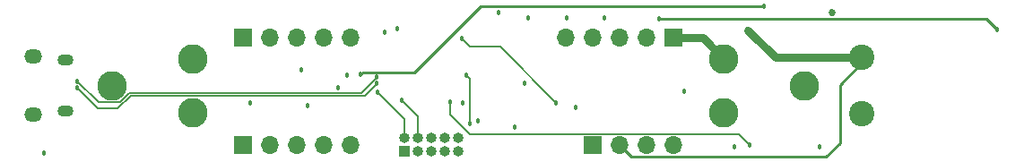
<source format=gbr>
G04 #@! TF.GenerationSoftware,KiCad,Pcbnew,(5.1.4-0-10_14)*
G04 #@! TF.CreationDate,2019-09-17T09:12:07-07:00*
G04 #@! TF.ProjectId,STM32L0xx_18650,53544d33-324c-4307-9878-5f3138363530,rev?*
G04 #@! TF.SameCoordinates,Original*
G04 #@! TF.FileFunction,Copper,L4,Bot*
G04 #@! TF.FilePolarity,Positive*
%FSLAX46Y46*%
G04 Gerber Fmt 4.6, Leading zero omitted, Abs format (unit mm)*
G04 Created by KiCad (PCBNEW (5.1.4-0-10_14)) date 2019-09-17 09:12:07*
%MOMM*%
%LPD*%
G04 APERTURE LIST*
%ADD10C,2.800000*%
%ADD11O,1.700000X1.350000*%
%ADD12O,1.500000X1.100000*%
%ADD13C,2.400000*%
%ADD14R,1.000000X1.000000*%
%ADD15O,1.000000X1.000000*%
%ADD16R,1.700000X1.700000*%
%ADD17O,1.700000X1.700000*%
%ADD18C,0.457200*%
%ADD19C,0.685800*%
%ADD20C,0.254000*%
%ADD21C,0.781000*%
%ADD22C,0.762000*%
%ADD23C,0.127000*%
G04 APERTURE END LIST*
D10*
X74900000Y-97460000D03*
X74900000Y-102540000D03*
X125100000Y-97460000D03*
X125100000Y-102540000D03*
X132720000Y-100000000D03*
X67280000Y-100000000D03*
D11*
X59885000Y-102705000D03*
X59885000Y-97245000D03*
D12*
X62885000Y-102395000D03*
X62885000Y-97555000D03*
D13*
X138100000Y-102650000D03*
X138100000Y-97350000D03*
D14*
X94925000Y-106200000D03*
D15*
X94925000Y-104930000D03*
X96195000Y-106200000D03*
X96195000Y-104930000D03*
X97465000Y-106200000D03*
X97465000Y-104930000D03*
X98735000Y-106200000D03*
X98735000Y-104930000D03*
X100005000Y-106200000D03*
X100005000Y-104930000D03*
D16*
X79700000Y-105600000D03*
D17*
X82240000Y-105600000D03*
X84780000Y-105600000D03*
X87320000Y-105600000D03*
X89860000Y-105600000D03*
D16*
X112700000Y-105600000D03*
D17*
X115240000Y-105600000D03*
X117780000Y-105600000D03*
X120320000Y-105600000D03*
D16*
X120300000Y-95450000D03*
D17*
X117760000Y-95450000D03*
X115220000Y-95450000D03*
X112680000Y-95450000D03*
X110140000Y-95450000D03*
D16*
X79700000Y-95450000D03*
D17*
X82240000Y-95450000D03*
X84780000Y-95450000D03*
X87320000Y-95450000D03*
X89860000Y-95450000D03*
D18*
X121350000Y-100550000D03*
X111050000Y-102050000D03*
X126050000Y-105750000D03*
X134150000Y-105800000D03*
D19*
X135275000Y-93053090D03*
D18*
X110200000Y-93600000D03*
X113800000Y-93600000D03*
X119000000Y-93650000D03*
X150900000Y-94650000D03*
X106625000Y-93575000D03*
D19*
X127350000Y-94750000D03*
D18*
X127550000Y-105625000D03*
X99275000Y-101525000D03*
X94200000Y-94575000D03*
X100450000Y-101625000D03*
X105325000Y-103925000D03*
X106275000Y-99775000D03*
X80362500Y-101612500D03*
X89500000Y-99050000D03*
X85750000Y-101850000D03*
X103800001Y-93050001D03*
X93050000Y-94975000D03*
X128900000Y-92500000D03*
X60850000Y-106375000D03*
X92375000Y-100600000D03*
X94650000Y-101350000D03*
X100725000Y-98975000D03*
X101093577Y-103574632D03*
X64050000Y-99575000D03*
X64050000Y-100225000D03*
X100325000Y-95550000D03*
X109250000Y-101600000D03*
X101825000Y-103287500D03*
X88650000Y-100200000D03*
X85150000Y-98500000D03*
X90800000Y-98950000D03*
X92325000Y-99204011D03*
X92323362Y-99798362D03*
D20*
X150900000Y-94650000D02*
X149900000Y-93650000D01*
X149900000Y-93650000D02*
X119000000Y-93650000D01*
D21*
X123090000Y-95450000D02*
X120300000Y-95450000D01*
X125100000Y-97460000D02*
X123090000Y-95450000D01*
X127350000Y-94750000D02*
X129950000Y-97350000D01*
D22*
X129950000Y-97350000D02*
X137900000Y-97350000D01*
D20*
X116369401Y-106729401D02*
X115240000Y-105600000D01*
X137900000Y-97350000D02*
X137900000Y-98029000D01*
X134720599Y-106729401D02*
X116369401Y-106729401D01*
X137900000Y-98029000D02*
X136025000Y-99904000D01*
X136025000Y-105425000D02*
X134720599Y-106729401D01*
X136025000Y-99904000D02*
X136025000Y-105425000D01*
D23*
X99275000Y-102775000D02*
X99275000Y-101525000D01*
X101059499Y-104559499D02*
X99275000Y-102775000D01*
X126484499Y-104559499D02*
X101059499Y-104559499D01*
X127550000Y-105625000D02*
X126484499Y-104559499D01*
X94925000Y-103150000D02*
X92375000Y-100600000D01*
X94925000Y-104930000D02*
X94925000Y-103150000D01*
X96195000Y-102895000D02*
X94650000Y-101350000D01*
X96195000Y-104930000D02*
X96195000Y-102895000D01*
X100725000Y-98975000D02*
X101093577Y-99343577D01*
X101093577Y-99343577D02*
X101093577Y-103574632D01*
X103950000Y-96300000D02*
X109250000Y-101600000D01*
X101075000Y-96300000D02*
X100325000Y-95550000D01*
X103950000Y-96300000D02*
X101075000Y-96300000D01*
D20*
X102100000Y-92500000D02*
X128900000Y-92500000D01*
X95878599Y-98721401D02*
X102100000Y-92500000D01*
X91028599Y-98721401D02*
X95878599Y-98721401D01*
X90800000Y-98950000D02*
X91028599Y-98721401D01*
D23*
X90854011Y-100675000D02*
X92096401Y-99432610D01*
X64050000Y-99575000D02*
X66065501Y-101590501D01*
X68958942Y-100675000D02*
X90854011Y-100675000D01*
X66065501Y-101590501D02*
X68043441Y-101590501D01*
X92096401Y-99432610D02*
X92325000Y-99204011D01*
X68043441Y-101590501D02*
X68958942Y-100675000D01*
X64050000Y-100225000D02*
X65994656Y-102169656D01*
X67847451Y-102169656D02*
X69067608Y-100949499D01*
X91172225Y-100949499D02*
X92094763Y-100026961D01*
X69067608Y-100949499D02*
X91172225Y-100949499D01*
X65994656Y-102169656D02*
X67847451Y-102169656D01*
X92094763Y-100026961D02*
X92323362Y-99798362D01*
M02*

</source>
